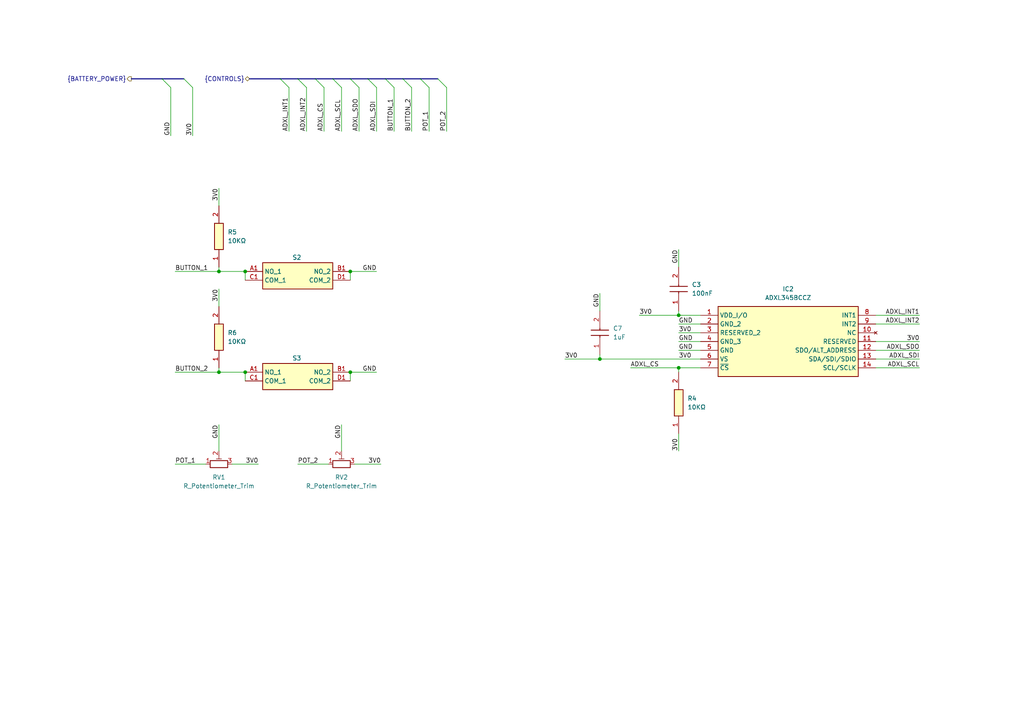
<source format=kicad_sch>
(kicad_sch (version 20250114) (generator "eeschema") (generator_version "9.0")
  (paper "A4")
  (title_block (title "Etchasketch - Controls") (rev "1"))
  (lib_symbols
    (symbol "Device:R_Potentiometer_Trim" (pin_names (offset 1.016) (hide yes))
      (property "Reference" "RV" (at -4.445 0 90))
      (property "Value" "R_Potentiometer_Trim" (at -2.54 0 90))
      (symbol "R_Potentiometer_Trim_0_1"
        (rectangle (start 1.016 2.54) (end -1.016 -2.54) (stroke (width 0.254)))
        (polyline (pts (xy 1.524 0.762) (xy 1.524 -0.762)))
        (polyline (pts (xy 2.54 0) (xy 1.524 0)))
      )
      (symbol "R_Potentiometer_Trim_1_1"
        (pin passive line (at 0 3.81 270) (length 1.27) (name "1") (number "1"))
        (pin passive line (at 0 -3.81 90) (length 1.27) (name "3") (number "3"))
        (pin passive line (at 3.81 0 180) (length 1.27) (name "2") (number "2"))
      )
    )
    (symbol "SamacSys_Parts:ADXL345BCCZ"
      (property "Reference" "IC" (at 46.99 7.62 0))
      (property "Value" "ADXL345BCCZ" (at 46.99 5.08 0))
      (symbol "ADXL345BCCZ_1_1"
        (rectangle (start 5.08 2.54) (end 45.72 -17.78) (stroke (width 0.254)) (fill (type background)))
        (pin passive line (at 0 0 0) (length 5.08) (name "VDD_I/O") (number "1"))
        (pin passive line (at 0 -2.54 0) (length 5.08) (name "GND_2") (number "2"))
        (pin passive line (at 0 -5.08 0) (length 5.08) (name "RESERVED_2") (number "3"))
        (pin passive line (at 0 -7.62 0) (length 5.08) (name "GND_3") (number "4"))
        (pin passive line (at 0 -10.16 0) (length 5.08) (name "GND") (number "5"))
        (pin passive line (at 0 -12.7 0) (length 5.08) (name "VS") (number "6"))
        (pin passive line (at 0 -15.24 0) (length 5.08) (name "~{CS}") (number "7"))
        (pin passive line (at 50.8 0 180) (length 5.08) (name "INT1") (number "8"))
        (pin passive line (at 50.8 -2.54 180) (length 5.08) (name "INT2") (number "9"))
        (pin no_connect line (at 50.8 -5.08 180) (length 5.08) (name "NC") (number "10"))
        (pin passive line (at 50.8 -7.62 180) (length 5.08) (name "RESERVED") (number "11"))
        (pin passive line (at 50.8 -10.16 180) (length 5.08) (name "SDO/ALT_ADDRESS") (number "12"))
        (pin passive line (at 50.8 -12.7 180) (length 5.08) (name "SDA/SDI/SDIO") (number "13"))
        (pin passive line (at 50.8 -15.24 180) (length 5.08) (name "SCL/SCLK") (number "14"))
      )
    )
    (symbol "SamacSys_Parts:MAJCH168BB7104KTEA01" (pin_names (hide yes))
      (property "Reference" "C" (at 8.89 6.35 0))
      (property "Value" "MAJCH168BB7104KTEA01" (at 8.89 3.81 0))
      (symbol "MAJCH168BB7104KTEA01_1_1"
        (polyline (pts (xy 5.08 0) (xy 5.588 0)) (stroke (width 0.254)))
        (polyline (pts (xy 5.588 2.54) (xy 5.588 -2.54)) (stroke (width 0.254)))
        (polyline (pts (xy 7.112 2.54) (xy 7.112 -2.54)) (stroke (width 0.254)))
        (polyline (pts (xy 7.112 0) (xy 7.62 0)) (stroke (width 0.254)))
        (pin passive line (at 0 0 0) (length 5.08) (name "1") (number "1"))
        (pin passive line (at 12.7 0 180) (length 5.08) (name "2") (number "2"))
      )
    )
    (symbol "SamacSys_Parts:PTS125SM73SMTR21M_LFS"
      (property "Reference" "S" (at 26.67 7.62 0))
      (property "Value" "PTS125SM73SMTR21M_LFS" (at 26.67 5.08 0))
      (symbol "PTS125SM73SMTR21M_LFS_1_1"
        (rectangle (start 5.08 2.54) (end 25.4 -5.08) (stroke (width 0.254)) (fill (type background)))
        (pin passive line (at 0 0 0) (length 5.08) (name "NO_1") (number "A1"))
        (pin passive line (at 0 -2.54 0) (length 5.08) (name "COM_1") (number "C1"))
        (pin passive line (at 30.48 0 180) (length 5.08) (name "NO_2") (number "B1"))
        (pin passive line (at 30.48 -2.54 180) (length 5.08) (name "COM_2") (number "D1"))
      )
    )
    (symbol "SamacSys_Parts:RA73F1J10KBTDF" (pin_names (hide yes))
      (property "Reference" "R" (at 13.97 6.35 0))
      (property "Value" "RA73F1J10KBTDF" (at 13.97 3.81 0))
      (symbol "RA73F1J10KBTDF_1_1"
        (rectangle (start 5.08 1.27) (end 12.7 -1.27) (stroke (width 0.254)) (fill (type background)))
        (pin passive line (at 0 0 0) (length 5.08) (name "1") (number "1"))
        (pin passive line (at 17.78 0 180) (length 5.08) (name "2") (number "2"))
      )
    )
    (symbol "SamacSys_Parts:TACL105K010FTA" (pin_names (hide yes))
      (property "Reference" "C" (at 8.89 6.35 0))
      (property "Value" "TACL105K010FTA" (at 8.89 3.81 0))
      (symbol "TACL105K010FTA_1_1"
        (polyline (pts (xy 5.08 0) (xy 5.588 0)) (stroke (width 0.254)))
        (polyline (pts (xy 5.588 2.54) (xy 5.588 -2.54)) (stroke (width 0.254)))
        (polyline (pts (xy 7.112 2.54) (xy 7.112 -2.54)) (stroke (width 0.254)))
        (polyline (pts (xy 7.112 0) (xy 7.62 0)) (stroke (width 0.254)))
        (pin passive line (at 0 0 0) (length 5.08) (name "1") (number "1"))
        (pin passive line (at 12.7 0 180) (length 5.08) (name "2") (number "2"))
      )
    )
  )
  (junction (at 71.12 107.95))
  (junction (at 196.85 106.68))
  (junction (at 63.5 78.74))
  (junction (at 71.12 78.74))
  (junction (at 196.85 91.44))
  (junction (at 101.6 78.74))
  (junction (at 101.6 107.95))
  (junction (at 63.5 107.95))
  (junction (at 173.99 104.14))
  (bus_entry (at 86.36 22.86) (size 2.54 2.54))
  (bus_entry (at 106.68 22.86) (size 2.54 2.54))
  (bus_entry (at 101.6 22.86) (size 2.54 2.54))
  (bus_entry (at 127 22.86) (size 2.54 2.54))
  (bus_entry (at 116.84 22.86) (size 2.54 2.54))
  (bus_entry (at 81.28 22.86) (size 2.54 2.54))
  (bus_entry (at 49.53 25.4) (size -2.54 -2.54))
  (bus_entry (at 121.92 22.86) (size 2.54 2.54))
  (bus_entry (at 55.88 25.4) (size -2.54 -2.54))
  (bus_entry (at 96.52 22.86) (size 2.54 2.54))
  (bus_entry (at 91.44 22.86) (size 2.54 2.54))
  (bus_entry (at 111.76 22.86) (size 2.54 2.54))
  (wire (pts (xy 254 91.44) (xy 266.7 91.44)))
  (wire (pts (xy 71.12 78.74) (xy 71.12 81.28)))
  (wire (pts (xy 63.5 107.95) (xy 71.12 107.95)))
  (bus (pts (xy 53.34 22.86) (xy 46.99 22.86)))
  (wire (pts (xy 254 93.98) (xy 266.7 93.98)))
  (wire (pts (xy 63.5 107.95) (xy 63.5 106.68)))
  (wire (pts (xy 173.99 85.09) (xy 173.99 90.17)))
  (wire (pts (xy 101.6 78.74) (xy 101.6 81.28)))
  (wire (pts (xy 254 104.14) (xy 266.7 104.14)))
  (wire (pts (xy 254 106.68) (xy 266.7 106.68)))
  (wire (pts (xy 196.85 96.52) (xy 203.2 96.52)))
  (wire (pts (xy 196.85 91.44) (xy 203.2 91.44)))
  (wire (pts (xy 254 99.06) (xy 266.7 99.06)))
  (wire (pts (xy 109.22 25.4) (xy 109.22 38.1)))
  (wire (pts (xy 101.6 107.95) (xy 101.6 110.49)))
  (wire (pts (xy 182.88 106.68) (xy 196.85 106.68)))
  (wire (pts (xy 163.83 104.14) (xy 173.99 104.14)))
  (bus (pts (xy 86.36 22.86) (xy 91.44 22.86)))
  (wire (pts (xy 71.12 107.95) (xy 71.12 110.49)))
  (wire (pts (xy 101.6 78.74) (xy 109.22 78.74)))
  (wire (pts (xy 196.85 106.68) (xy 203.2 106.68)))
  (wire (pts (xy 63.5 78.74) (xy 63.5 77.47)))
  (wire (pts (xy 63.5 78.74) (xy 71.12 78.74)))
  (bus (pts (xy 111.76 22.86) (xy 116.84 22.86)))
  (wire (pts (xy 196.85 107.95) (xy 196.85 106.68)))
  (wire (pts (xy 83.82 25.4) (xy 83.82 38.1)))
  (wire (pts (xy 88.9 25.4) (xy 88.9 38.1)))
  (wire (pts (xy 50.8 107.95) (xy 63.5 107.95)))
  (wire (pts (xy 104.14 25.4) (xy 104.14 38.1)))
  (bus (pts (xy 91.44 22.86) (xy 96.52 22.86)))
  (wire (pts (xy 86.36 134.62) (xy 95.25 134.62)))
  (wire (pts (xy 185.42 91.44) (xy 196.85 91.44)))
  (wire (pts (xy 114.3 25.4) (xy 114.3 38.1)))
  (wire (pts (xy 67.31 134.62) (xy 74.93 134.62)))
  (wire (pts (xy 93.98 25.4) (xy 93.98 38.1)))
  (wire (pts (xy 49.53 39.37) (xy 49.53 25.4)))
  (wire (pts (xy 99.06 25.4) (xy 99.06 38.1)))
  (bus (pts (xy 106.68 22.86) (xy 111.76 22.86)))
  (wire (pts (xy 129.54 25.4) (xy 129.54 38.1)))
  (bus (pts (xy 72.39 22.86) (xy 81.28 22.86)))
  (wire (pts (xy 63.5 54.61) (xy 63.5 59.69)))
  (bus (pts (xy 81.28 22.86) (xy 86.36 22.86)))
  (wire (pts (xy 50.8 134.62) (xy 59.69 134.62)))
  (wire (pts (xy 63.5 123.19) (xy 63.5 130.81)))
  (wire (pts (xy 196.85 101.6) (xy 203.2 101.6)))
  (bus (pts (xy 96.52 22.86) (xy 101.6 22.86)))
  (wire (pts (xy 196.85 72.39) (xy 196.85 77.47)))
  (wire (pts (xy 119.38 25.4) (xy 119.38 38.1)))
  (wire (pts (xy 124.46 25.4) (xy 124.46 38.1)))
  (wire (pts (xy 196.85 99.06) (xy 203.2 99.06)))
  (wire (pts (xy 50.8 78.74) (xy 63.5 78.74)))
  (wire (pts (xy 102.87 134.62) (xy 110.49 134.62)))
  (wire (pts (xy 101.6 107.95) (xy 109.22 107.95)))
  (wire (pts (xy 173.99 102.87) (xy 173.99 104.14)))
  (bus (pts (xy 101.6 22.86) (xy 106.68 22.86)))
  (wire (pts (xy 173.99 104.14) (xy 203.2 104.14)))
  (wire (pts (xy 55.88 39.37) (xy 55.88 25.4)))
  (bus (pts (xy 46.99 22.86) (xy 38.1 22.86)))
  (wire (pts (xy 254 101.6) (xy 266.7 101.6)))
  (wire (pts (xy 196.85 125.73) (xy 196.85 130.81)))
  (wire (pts (xy 196.85 93.98) (xy 203.2 93.98)))
  (wire (pts (xy 196.85 90.17) (xy 196.85 91.44)))
  (bus (pts (xy 116.84 22.86) (xy 121.92 22.86)))
  (wire (pts (xy 63.5 83.82) (xy 63.5 88.9)))
  (bus (pts (xy 121.92 22.86) (xy 127 22.86)))
  (wire (pts (xy 99.06 123.19) (xy 99.06 130.81)))
  (label "ADXL_SDO" (at 266.7 101.6 180))
  (label "3V0" (at 110.49 134.62 180))
  (label "ADXL_INT2" (at 88.9 38.1 90))
  (label "BUTTON_2" (at 119.38 38.1 90))
  (label "ADXL_INT1" (at 83.82 38.1 90))
  (label "3V0" (at 196.85 130.81 90))
  (label "ADXL_INT2" (at 266.7 93.98 180))
  (label "ADXL_SDI" (at 109.22 38.1 90))
  (label "GND" (at 109.22 78.74 180))
  (label "GND" (at 196.85 99.06 0))
  (label "GND" (at 196.85 101.6 0))
  (label "GND" (at 99.06 123.19 270))
  (label "3V0" (at 55.88 39.37 90))
  (label "POT_2" (at 129.54 38.1 90))
  (label "POT_1" (at 50.8 134.62 0))
  (label "ADXL_SDI" (at 266.7 104.14 180))
  (label "ADXL_INT1" (at 266.7 91.44 180))
  (label "BUTTON_2" (at 50.8 107.95 0))
  (label "ADXL_CS" (at 182.88 106.68 0))
  (label "GND" (at 173.99 85.09 270))
  (label "ADXL_SCL" (at 99.06 38.1 90))
  (label "GND" (at 196.85 72.39 270))
  (label "GND" (at 196.85 93.98 0))
  (label "3V0" (at 266.7 99.06 180))
  (label "GND" (at 109.22 107.95 180))
  (label "ADXL_SDO" (at 104.14 38.1 90))
  (label "ADXL_CS" (at 93.98 38.1 90))
  (label "3V0" (at 163.83 104.14 0))
  (label "3V0" (at 196.85 104.14 0))
  (label "3V0" (at 74.93 134.62 180))
  (label "BUTTON_1" (at 114.3 38.1 90))
  (label "3V0" (at 196.85 96.52 0))
  (label "3V0" (at 63.5 54.61 270))
  (label "GND" (at 49.53 39.37 90))
  (label "3V0" (at 185.42 91.44 0))
  (label "POT_1" (at 124.46 38.1 90))
  (label "POT_2" (at 86.36 134.62 0))
  (label "BUTTON_1" (at 50.8 78.74 0))
  (label "3V0" (at 63.5 83.82 270))
  (label "ADXL_SCL" (at 266.7 106.68 180))
  (label "GND" (at 63.5 123.19 270))
  (hierarchical_label "{CONTROLS}" (shape bidirectional) (at 72.39 22.86 180))
  (hierarchical_label "{BATTERY_POWER}" (shape output) (at 38.1 22.86 180))
  (symbol (lib_id "SamacSys_Parts:TACL105K010FTA") (at 173.99 102.87 270) (mirror x) (unit 1)
    (property "Reference" "C7" (at 177.8 95.2499 90) (effects (justify left)))
    (property "Value" "1uF" (at 177.8 97.7899 90) (effects (justify left)))
    (property "Footprint" "SamacSys_Parts:CAPC1709X100N" (effects (hide yes)))
    (property "Datasheet" "https://componentsearchengine.com/Datasheets/1/TACL105K010FTA.pdf" (effects (hide yes)))
    (property "Description" "Tantalum Capacitors - Solid SMD 10V 1uF 10%" (effects (hide yes)))
    (property "Height" "1" (effects (hide yes)))
    (property "Mouser Part Number" "581-TACL105K010F" (effects (hide yes)))
    (property "Mouser Price/Stock" "https://www.mouser.com/Search/Refine.aspx?Keyword=581-TACL105K010F" (effects (hide yes)))
    (property "Manufacturer_Name" "Kyocera AVX" (effects (hide yes)))
    (property "Manufacturer_Part_Number" "TACL105K010FTA" (effects (hide yes)))
  )
  (symbol (lib_id "Device:R_Potentiometer_Trim") (at 99.06 134.62 90) (unit 1)
    (property "Reference" "RV2" (at 99.06 138.43 90))
    (property "Value" "R_Potentiometer_Trim" (at 99.06 140.97 90))
    (property "Footprint" "custom:potentiometer" (effects (hide yes)))
    (property "Datasheet" "https://cdn-shop.adafruit.com/product-files/3395/C5324-001_datasheet.pdf" (effects (hide yes)))
    (property "Description" "Trim-potentiometer" (effects (hide yes)))
  )
  (symbol (lib_id "SamacSys_Parts:PTS125SM73SMTR21M_LFS") (at 71.12 78.74 0) (unit 1)
    (property "Reference" "S2" (at 86.106 74.676 0))
    (property "Value" "PTS125SM73SMTR21M_LFS" (effects (hide yes)))
    (property "Footprint" "SamacSys_Parts:PTS125SM73SMTR21MLFS" (effects (hide yes)))
    (property "Datasheet" "https://www.ckswitches.com/media/1462/pts125.pdf" (effects (hide yes)))
    (property "Description" "Tactile Switch SPST-NO Top Actuated Surface Mount" (effects (hide yes)))
    (property "Height" "7.3" (effects (hide yes)))
    (property "Mouser Part Number" "611-PTS125M73SMTRLFS" (effects (hide yes)))
    (property "Mouser Price/Stock" "https://www.mouser.co.uk/ProductDetail/CK/PTS125SM73SMTR21M-LFS?qs=t7xnP681wgVp4NpaUUvA%252Bw%3D%3D" (effects (hide yes)))
    (property "Manufacturer_Name" "C & K COMPONENTS" (effects (hide yes)))
    (property "Manufacturer_Part_Number" "PTS125SM73SMTR21M LFS" (effects (hide yes)))
  )
  (symbol (lib_id "SamacSys_Parts:MAJCH168BB7104KTEA01") (at 196.85 90.17 90) (unit 1)
    (property "Reference" "C3" (at 200.66 82.5499 90) (effects (justify right)))
    (property "Value" "100nF" (at 200.66 85.0899 90) (effects (justify right)))
    (property "Footprint" "SamacSys_Parts:MAJx16" (effects (hide yes)))
    (property "Datasheet" "https://ds.yuden.co.jp/TYCOMPAS/or/detail?pn=MAJCH168BB7104KTEA01" (effects (hide yes)))
    (property "Description" "MULTILAYER CERAMIC CAPACITORS[Multilayer Ceramic Capacitors (High dielectric type) for Automotive Powertrain and Safety (Cu external electrode products)]" (effects (hide yes)))
    (property "Height" "0.8" (effects (hide yes)))
    (property "Mouser Part Number" "963-MAJCH168BB7104KT" (effects (hide yes)))
    (property "Mouser Price/Stock" "https://www.mouser.co.uk/ProductDetail/TAIYO-YUDEN/MAJCH168BB7104KTEA01?qs=ZcfC38r4PovaTBrG0IdezQ%3D%3D" (effects (hide yes)))
    (property "Manufacturer_Name" "TAIYO YUDEN" (effects (hide yes)))
    (property "Manufacturer_Part_Number" "MAJCH168BB7104KTEA01" (effects (hide yes)))
  )
  (symbol (lib_id "SamacSys_Parts:RA73F1J10KBTDF") (at 63.5 106.68 90) (unit 1)
    (property "Reference" "R6" (at 66.04 96.5199 90) (effects (justify right)))
    (property "Value" "10KΩ" (at 66.04 99.0599 90) (effects (justify right)))
    (property "Footprint" "SamacSys_Parts:RESC1608X58N" (effects (hide yes)))
    (property "Datasheet" "https://www.te.com/commerce/DocumentDelivery/DDEController?Action=srchrtrv&DocNm=1773270-3&DocType=Data%20Sheet&DocLang=English&PartCntxt=2-2176475-3&DocFormat=pdf" (effects (hide yes)))
    (property "Description" "Configuration Features: Number of Resistors 1 | Dimensions: Product Height .017 INCH | Product Width .031 INCH | Product Length .061 INCH | Product Width .8 MM | Product Length 1.55 MM | Product Height .43 MM | Electrical Characteristics: Power Rating .5 WATT | Resistance Value 10K OHM | Passive Component Tolerance .1 PCT | Resistance Class 1k  1M | Packaging Features: Packaging Method Tape & Reel | Product Type Features: Package Size Code 0630 | Element Type Thin Film | Resistor Type Precision Resis" (effects (hide yes)))
    (property "Height" "0.58" (effects (hide yes)))
    (property "Mouser Part Number" "279-RA73F1J10KBTDF" (effects (hide yes)))
    (property "Mouser Price/Stock" "https://www.mouser.co.uk/ProductDetail/TE-Connectivity-Holsworthy/RA73F1J10KBTDF?qs=Li%252BoUPsLEnuUThJCDpM9qg%3D%3D" (effects (hide yes)))
    (property "Manufacturer_Name" "TE Connectivity" (effects (hide yes)))
    (property "Manufacturer_Part_Number" "RA73F1J10KBTDF" (effects (hide yes)))
  )
  (symbol (lib_id "SamacSys_Parts:ADXL345BCCZ") (at 203.2 91.44 0) (unit 1)
    (property "Reference" "IC2" (at 228.6 83.82 0))
    (property "Value" "ADXL345BCCZ" (at 228.6 86.36 0))
    (property "Footprint" "LGA14R80P3X6_300X500X100" (effects (hide yes)))
    (property "Datasheet" "http://componentsearchengine.com/Datasheets/1/ADXL345BCCZ.pdf" (effects (hide yes)))
    (property "Description" "ADXL345BCCZ, Accelerometer 3-Axis, 0.1  3200 Hz 2  3.6 V, 14-Pin LGA" (effects (hide yes)))
    (property "Mouser Part Number" "N/A" (effects (hide yes)))
    (property "Mouser Price/Stock" "https://www.mouser.co.uk/ProductDetail/Analog-Devices/ADXL345BCCZ?qs=WIvQP4zGanhoa7YOkGtvEg%3D%3D" (effects (hide yes)))
    (property "Manufacturer_Name" "Analog Devices" (effects (hide yes)))
    (property "Manufacturer_Part_Number" "ADXL345BCCZ" (effects (hide yes)))
  )
  (symbol (lib_id "Device:R_Potentiometer_Trim") (at 63.5 134.62 90) (unit 1)
    (property "Reference" "RV1" (at 63.5 138.43 90))
    (property "Value" "R_Potentiometer_Trim" (at 63.5 140.97 90))
    (property "Footprint" "custom:potentiometer" (effects (hide yes)))
    (property "Datasheet" "https://cdn-shop.adafruit.com/product-files/3395/C5324-001_datasheet.pdf" (effects (hide yes)))
    (property "Description" "Trim-potentiometer" (effects (hide yes)))
  )
  (symbol (lib_id "SamacSys_Parts:RA73F1J10KBTDF") (at 63.5 77.47 90) (unit 1)
    (property "Reference" "R5" (at 66.04 67.3099 90) (effects (justify right)))
    (property "Value" "10KΩ" (at 66.04 69.8499 90) (effects (justify right)))
    (property "Footprint" "SamacSys_Parts:RESC1608X58N" (effects (hide yes)))
    (property "Datasheet" "https://www.te.com/commerce/DocumentDelivery/DDEController?Action=srchrtrv&DocNm=1773270-3&DocType=Data%20Sheet&DocLang=English&PartCntxt=2-2176475-3&DocFormat=pdf" (effects (hide yes)))
    (property "Description" "Configuration Features: Number of Resistors 1 | Dimensions: Product Height .017 INCH | Product Width .031 INCH | Product Length .061 INCH | Product Width .8 MM | Product Length 1.55 MM | Product Height .43 MM | Electrical Characteristics: Power Rating .5 WATT | Resistance Value 10K OHM | Passive Component Tolerance .1 PCT | Resistance Class 1k  1M | Packaging Features: Packaging Method Tape & Reel | Product Type Features: Package Size Code 0630 | Element Type Thin Film | Resistor Type Precision Resis" (effects (hide yes)))
    (property "Height" "0.58" (effects (hide yes)))
    (property "Mouser Part Number" "279-RA73F1J10KBTDF" (effects (hide yes)))
    (property "Mouser Price/Stock" "https://www.mouser.co.uk/ProductDetail/TE-Connectivity-Holsworthy/RA73F1J10KBTDF?qs=Li%252BoUPsLEnuUThJCDpM9qg%3D%3D" (effects (hide yes)))
    (property "Manufacturer_Name" "TE Connectivity" (effects (hide yes)))
    (property "Manufacturer_Part_Number" "RA73F1J10KBTDF" (effects (hide yes)))
  )
  (symbol (lib_id "SamacSys_Parts:RA73F1J10KBTDF") (at 196.85 125.73 90) (unit 1)
    (property "Reference" "R4" (at 199.39 115.5699 90) (effects (justify right)))
    (property "Value" "10KΩ" (at 199.39 118.1099 90) (effects (justify right)))
    (property "Footprint" "SamacSys_Parts:RESC1608X58N" (effects (hide yes)))
    (property "Datasheet" "https://www.te.com/commerce/DocumentDelivery/DDEController?Action=srchrtrv&DocNm=1773270-3&DocType=Data%20Sheet&DocLang=English&PartCntxt=2-2176475-3&DocFormat=pdf" (effects (hide yes)))
    (property "Description" "Configuration Features: Number of Resistors 1 | Dimensions: Product Height .017 INCH | Product Width .031 INCH | Product Length .061 INCH | Product Width .8 MM | Product Length 1.55 MM | Product Height .43 MM | Electrical Characteristics: Power Rating .5 WATT | Resistance Value 10K OHM | Passive Component Tolerance .1 PCT | Resistance Class 1k  1M | Packaging Features: Packaging Method Tape & Reel | Product Type Features: Package Size Code 0630 | Element Type Thin Film | Resistor Type Precision Resis" (effects (hide yes)))
    (property "Height" "0.58" (effects (hide yes)))
    (property "Mouser Part Number" "279-RA73F1J10KBTDF" (effects (hide yes)))
    (property "Mouser Price/Stock" "https://www.mouser.co.uk/ProductDetail/TE-Connectivity-Holsworthy/RA73F1J10KBTDF?qs=Li%252BoUPsLEnuUThJCDpM9qg%3D%3D" (effects (hide yes)))
    (property "Manufacturer_Name" "TE Connectivity" (effects (hide yes)))
    (property "Manufacturer_Part_Number" "RA73F1J10KBTDF" (effects (hide yes)))
  )
  (symbol (lib_id "SamacSys_Parts:PTS125SM73SMTR21M_LFS") (at 71.12 107.95 0) (unit 1)
    (property "Reference" "S3" (at 86.106 103.886 0))
    (property "Value" "PTS125SM73SMTR21M_LFS" (effects (hide yes)))
    (property "Footprint" "SamacSys_Parts:PTS125SM73SMTR21MLFS" (effects (hide yes)))
    (property "Datasheet" "https://www.ckswitches.com/media/1462/pts125.pdf" (effects (hide yes)))
    (property "Description" "Tactile Switch SPST-NO Top Actuated Surface Mount" (effects (hide yes)))
    (property "Height" "7.3" (effects (hide yes)))
    (property "Mouser Part Number" "611-PTS125M73SMTRLFS" (effects (hide yes)))
    (property "Mouser Price/Stock" "https://www.mouser.co.uk/ProductDetail/CK/PTS125SM73SMTR21M-LFS?qs=t7xnP681wgVp4NpaUUvA%252Bw%3D%3D" (effects (hide yes)))
    (property "Manufacturer_Name" "C & K COMPONENTS" (effects (hide yes)))
    (property "Manufacturer_Part_Number" "PTS125SM73SMTR21M LFS" (effects (hide yes)))
  )
)
</source>
